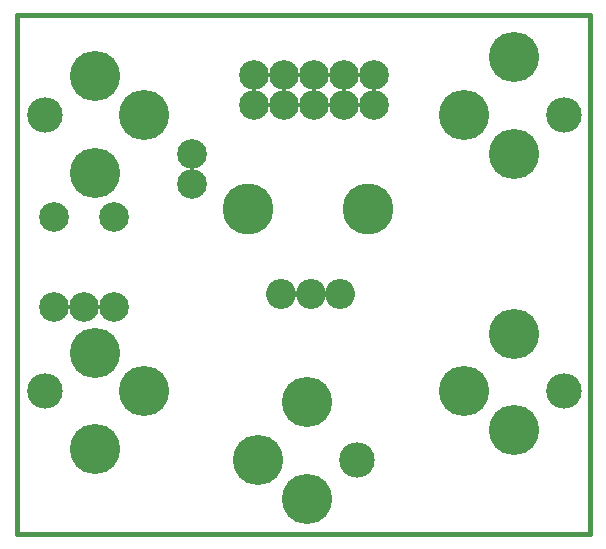
<source format=gbs>
G04 (created by PCBNEW-RS274X (2012-apr-16-27)-stable) date Thu 18 Jun 2015 14:48:37 CEST*
G01*
G70*
G90*
%MOIN*%
G04 Gerber Fmt 3.4, Leading zero omitted, Abs format*
%FSLAX34Y34*%
G04 APERTURE LIST*
%ADD10C,0.006000*%
%ADD11C,0.015000*%
%ADD12O,0.167600X0.167600*%
%ADD13O,0.118400X0.118400*%
%ADD14O,0.100000X0.100000*%
%ADD15C,0.170000*%
%ADD16C,0.098700*%
G04 APERTURE END LIST*
G54D10*
G54D11*
X42950Y-15550D02*
X43400Y-15550D01*
X43000Y-15550D02*
X62050Y-15550D01*
X42950Y-32850D02*
X42950Y-15600D01*
X62050Y-32850D02*
X42950Y-32850D01*
X62050Y-15600D02*
X62050Y-32850D01*
G54D12*
X57875Y-18898D03*
X59528Y-16969D03*
X59528Y-20197D03*
G54D13*
X61181Y-18898D03*
G54D12*
X47204Y-18898D03*
X45551Y-20827D03*
X45551Y-17599D03*
G54D13*
X43898Y-18898D03*
G54D14*
X51773Y-24852D03*
X52757Y-24852D03*
X53741Y-24852D03*
G54D15*
X50668Y-22025D03*
X54658Y-22025D03*
G54D16*
X50850Y-18550D03*
X50850Y-17550D03*
X51850Y-18550D03*
X51850Y-17550D03*
X52850Y-18550D03*
X52850Y-17550D03*
X53850Y-18550D03*
X53850Y-17550D03*
X54850Y-18550D03*
X54850Y-17550D03*
X48800Y-20200D03*
X48800Y-21200D03*
X44200Y-25300D03*
X45200Y-25300D03*
X46200Y-25300D03*
X46200Y-22300D03*
X44200Y-22300D03*
G54D12*
X57875Y-28110D03*
X59528Y-26181D03*
X59528Y-29409D03*
G54D13*
X61181Y-28110D03*
G54D12*
X50979Y-30394D03*
X52632Y-28465D03*
X52632Y-31693D03*
G54D13*
X54285Y-30394D03*
G54D12*
X47204Y-28111D03*
X45551Y-30040D03*
X45551Y-26812D03*
G54D13*
X43898Y-28111D03*
M02*

</source>
